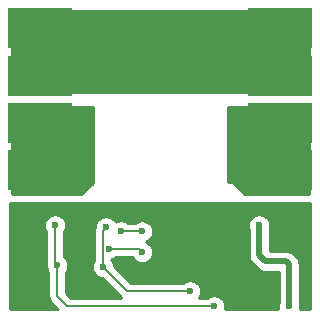
<source format=gbl>
%TF.GenerationSoftware,KiCad,Pcbnew,(5.1.6)-1*%
%TF.CreationDate,2020-05-29T23:07:58+02:00*%
%TF.ProjectId,HottTankuhr,486f7474-5461-46e6-9b75-68722e6b6963,rev?*%
%TF.SameCoordinates,Original*%
%TF.FileFunction,Copper,L2,Bot*%
%TF.FilePolarity,Positive*%
%FSLAX46Y46*%
G04 Gerber Fmt 4.6, Leading zero omitted, Abs format (unit mm)*
G04 Created by KiCad (PCBNEW (5.1.6)-1) date 2020-05-29 23:07:58*
%MOMM*%
%LPD*%
G01*
G04 APERTURE LIST*
%TA.AperFunction,ComponentPad*%
%ADD10R,5.500000X3.500000*%
%TD*%
%TA.AperFunction,SMDPad,CuDef*%
%ADD11R,5.500000X3.500000*%
%TD*%
%TA.AperFunction,ViaPad*%
%ADD12C,0.600000*%
%TD*%
%TA.AperFunction,Conductor*%
%ADD13C,0.500000*%
%TD*%
%TA.AperFunction,Conductor*%
%ADD14C,0.200000*%
%TD*%
%TA.AperFunction,Conductor*%
%ADD15C,0.254000*%
%TD*%
G04 APERTURE END LIST*
D10*
X160020000Y-82900000D03*
D11*
X160020000Y-86900000D03*
D10*
X160020000Y-94900000D03*
D11*
X160020000Y-90900000D03*
D10*
X139700000Y-82900000D03*
D11*
X139700000Y-86900000D03*
D10*
X139700000Y-94900000D03*
D11*
X139700000Y-90900000D03*
D12*
X158242000Y-99568000D03*
X160782000Y-106426000D03*
X157226000Y-103124000D03*
X139954000Y-105918000D03*
X146304000Y-98044000D03*
X150368000Y-98044000D03*
X150266500Y-100939500D03*
X145272241Y-99737990D03*
X145034000Y-103124000D03*
X152400000Y-105156000D03*
X142748000Y-89916000D03*
X143256000Y-90424000D03*
X143764000Y-89916000D03*
X143764000Y-90932000D03*
X142748000Y-90932000D03*
X143256000Y-91440000D03*
X143256000Y-92456000D03*
X143256000Y-93472000D03*
X143256000Y-94488000D03*
X143256000Y-95504000D03*
X143256000Y-96520000D03*
X142748000Y-96012000D03*
X142748000Y-94996000D03*
X142748000Y-93980000D03*
X142748000Y-92964000D03*
X142748000Y-91948000D03*
X143764000Y-91948000D03*
X143764000Y-92964000D03*
X143764000Y-93980000D03*
X143764000Y-94996000D03*
X143764000Y-96012000D03*
X155956000Y-89916000D03*
X155956000Y-90932000D03*
X155956000Y-91948000D03*
X155956000Y-92964000D03*
X155956000Y-93980000D03*
X155956000Y-94996000D03*
X156972000Y-89916000D03*
X156464000Y-90424000D03*
X156972000Y-90932000D03*
X156464000Y-91440000D03*
X156972000Y-91948000D03*
X156464000Y-92456000D03*
X156972000Y-92964000D03*
X156464000Y-93472000D03*
X156972000Y-93980000D03*
X156464000Y-94488000D03*
X156972000Y-94996000D03*
X156464000Y-95504000D03*
X156972000Y-96012000D03*
X140970000Y-99568000D03*
X141142117Y-102967701D03*
X154432000Y-106426000D03*
X146558000Y-100076000D03*
X148343909Y-100083909D03*
X145542000Y-101558000D03*
X148336000Y-101854000D03*
X143510000Y-87122000D03*
X145034000Y-87122000D03*
X146558000Y-87122000D03*
X148082000Y-87122000D03*
X149606000Y-87122000D03*
X151130000Y-87122000D03*
X152654000Y-87122000D03*
X154178000Y-87122000D03*
X155702000Y-87122000D03*
X143510000Y-82296000D03*
X145034000Y-82296000D03*
X146558000Y-82296000D03*
X148082000Y-82296000D03*
X149606000Y-82296000D03*
X151130000Y-82296000D03*
X152654000Y-82296000D03*
X154178000Y-82296000D03*
X155702000Y-82296000D03*
D13*
X158242000Y-99568000D02*
X158242000Y-102108000D01*
X158242000Y-102108000D02*
X158750000Y-102616000D01*
X158750000Y-102616000D02*
X160528000Y-102616000D01*
X160528000Y-102616000D02*
X160782000Y-102870000D01*
X160782000Y-102870000D02*
X160782000Y-106426000D01*
D14*
X144991999Y-100018232D02*
X145272241Y-99737990D01*
X144991999Y-103081999D02*
X144991999Y-100018232D01*
X145034000Y-103124000D02*
X144991999Y-103081999D01*
X147066000Y-105156000D02*
X145034000Y-103124000D01*
X152400000Y-105156000D02*
X147066000Y-105156000D01*
X140970000Y-99568000D02*
X140970000Y-102870000D01*
X140970000Y-102870000D02*
X141044416Y-102870000D01*
X141044416Y-102870000D02*
X141142117Y-102967701D01*
X154432000Y-106426000D02*
X141986000Y-106426000D01*
X141142117Y-105582117D02*
X141142117Y-102967701D01*
X141986000Y-106426000D02*
X141142117Y-105582117D01*
X146558000Y-100076000D02*
X148336000Y-100076000D01*
X148336000Y-100076000D02*
X148343909Y-100083909D01*
X145542000Y-101558000D02*
X148040000Y-101558000D01*
X148040000Y-101558000D02*
X148336000Y-101854000D01*
D15*
G36*
X162433000Y-88265000D02*
G01*
X137287000Y-88265000D01*
X137287000Y-81407000D01*
X162433000Y-81407000D01*
X162433000Y-88265000D01*
G37*
X162433000Y-88265000D02*
X137287000Y-88265000D01*
X137287000Y-81407000D01*
X162433000Y-81407000D01*
X162433000Y-88265000D01*
G36*
X162433000Y-96901000D02*
G01*
X157024606Y-96901000D01*
X156045803Y-95922197D01*
X156026557Y-95906403D01*
X156004601Y-95894667D01*
X155980776Y-95887440D01*
X155956000Y-95885000D01*
X155575000Y-95885000D01*
X155575000Y-89535000D01*
X162433000Y-89535000D01*
X162433000Y-96901000D01*
G37*
X162433000Y-96901000D02*
X157024606Y-96901000D01*
X156045803Y-95922197D01*
X156026557Y-95906403D01*
X156004601Y-95894667D01*
X155980776Y-95887440D01*
X155956000Y-95885000D01*
X155575000Y-95885000D01*
X155575000Y-89535000D01*
X162433000Y-89535000D01*
X162433000Y-96901000D01*
G36*
X144145000Y-95959394D02*
G01*
X143203394Y-96901000D01*
X137287000Y-96901000D01*
X137287000Y-89535000D01*
X144145000Y-89535000D01*
X144145000Y-95959394D01*
G37*
X144145000Y-95959394D02*
X143203394Y-96901000D01*
X137287000Y-96901000D01*
X137287000Y-89535000D01*
X144145000Y-89535000D01*
X144145000Y-95959394D01*
G36*
X162535000Y-106655000D02*
G01*
X161689766Y-106655000D01*
X161717000Y-106518089D01*
X161717000Y-106333911D01*
X161681068Y-106153271D01*
X161667000Y-106119308D01*
X161667000Y-102913465D01*
X161671281Y-102869999D01*
X161667000Y-102826533D01*
X161667000Y-102826523D01*
X161654195Y-102696510D01*
X161603589Y-102529687D01*
X161521411Y-102375941D01*
X161410817Y-102241183D01*
X161377045Y-102213467D01*
X161184532Y-102020954D01*
X161156817Y-101987183D01*
X161022059Y-101876589D01*
X160868313Y-101794411D01*
X160701490Y-101743805D01*
X160571477Y-101731000D01*
X160571469Y-101731000D01*
X160528000Y-101726719D01*
X160484531Y-101731000D01*
X159127000Y-101731000D01*
X159127000Y-99874692D01*
X159141068Y-99840729D01*
X159177000Y-99660089D01*
X159177000Y-99475911D01*
X159141068Y-99295271D01*
X159070586Y-99125111D01*
X158968262Y-98971972D01*
X158838028Y-98841738D01*
X158684889Y-98739414D01*
X158514729Y-98668932D01*
X158334089Y-98633000D01*
X158149911Y-98633000D01*
X157969271Y-98668932D01*
X157799111Y-98739414D01*
X157645972Y-98841738D01*
X157515738Y-98971972D01*
X157413414Y-99125111D01*
X157342932Y-99295271D01*
X157307000Y-99475911D01*
X157307000Y-99660089D01*
X157342932Y-99840729D01*
X157357000Y-99874693D01*
X157357001Y-102064521D01*
X157352719Y-102108000D01*
X157369805Y-102281490D01*
X157420412Y-102448313D01*
X157502590Y-102602059D01*
X157585468Y-102703046D01*
X157585471Y-102703049D01*
X157613184Y-102736817D01*
X157646952Y-102764530D01*
X158093466Y-103211044D01*
X158121183Y-103244817D01*
X158255941Y-103355411D01*
X158409687Y-103437589D01*
X158576510Y-103488195D01*
X158706523Y-103501000D01*
X158706533Y-103501000D01*
X158749999Y-103505281D01*
X158793465Y-103501000D01*
X159897000Y-103501000D01*
X159897001Y-106119305D01*
X159882932Y-106153271D01*
X159847000Y-106333911D01*
X159847000Y-106518089D01*
X159874234Y-106655000D01*
X155339766Y-106655000D01*
X155367000Y-106518089D01*
X155367000Y-106333911D01*
X155331068Y-106153271D01*
X155260586Y-105983111D01*
X155158262Y-105829972D01*
X155028028Y-105699738D01*
X154874889Y-105597414D01*
X154704729Y-105526932D01*
X154524089Y-105491000D01*
X154339911Y-105491000D01*
X154159271Y-105526932D01*
X153989111Y-105597414D01*
X153849049Y-105691000D01*
X153167040Y-105691000D01*
X153228586Y-105598889D01*
X153299068Y-105428729D01*
X153335000Y-105248089D01*
X153335000Y-105063911D01*
X153299068Y-104883271D01*
X153228586Y-104713111D01*
X153126262Y-104559972D01*
X152996028Y-104429738D01*
X152842889Y-104327414D01*
X152672729Y-104256932D01*
X152492089Y-104221000D01*
X152307911Y-104221000D01*
X152127271Y-104256932D01*
X151957111Y-104327414D01*
X151817049Y-104421000D01*
X147370447Y-104421000D01*
X145965932Y-103016485D01*
X145933068Y-102851271D01*
X145862586Y-102681111D01*
X145760262Y-102527972D01*
X145726999Y-102494709D01*
X145726999Y-102474519D01*
X145814729Y-102457068D01*
X145984889Y-102386586D01*
X146124951Y-102293000D01*
X147505803Y-102293000D01*
X147507414Y-102296889D01*
X147609738Y-102450028D01*
X147739972Y-102580262D01*
X147893111Y-102682586D01*
X148063271Y-102753068D01*
X148243911Y-102789000D01*
X148428089Y-102789000D01*
X148608729Y-102753068D01*
X148778889Y-102682586D01*
X148932028Y-102580262D01*
X149062262Y-102450028D01*
X149164586Y-102296889D01*
X149235068Y-102126729D01*
X149271000Y-101946089D01*
X149271000Y-101761911D01*
X149235068Y-101581271D01*
X149164586Y-101411111D01*
X149062262Y-101257972D01*
X148932028Y-101127738D01*
X148778889Y-101025414D01*
X148646537Y-100970592D01*
X148786798Y-100912495D01*
X148939937Y-100810171D01*
X149070171Y-100679937D01*
X149172495Y-100526798D01*
X149242977Y-100356638D01*
X149278909Y-100175998D01*
X149278909Y-99991820D01*
X149242977Y-99811180D01*
X149172495Y-99641020D01*
X149070171Y-99487881D01*
X148939937Y-99357647D01*
X148786798Y-99255323D01*
X148616638Y-99184841D01*
X148435998Y-99148909D01*
X148251820Y-99148909D01*
X148071180Y-99184841D01*
X147901020Y-99255323D01*
X147772795Y-99341000D01*
X147140951Y-99341000D01*
X147000889Y-99247414D01*
X146830729Y-99176932D01*
X146650089Y-99141000D01*
X146465911Y-99141000D01*
X146285271Y-99176932D01*
X146115111Y-99247414D01*
X146083207Y-99268731D01*
X145998503Y-99141962D01*
X145868269Y-99011728D01*
X145715130Y-98909404D01*
X145544970Y-98838922D01*
X145364330Y-98802990D01*
X145180152Y-98802990D01*
X144999512Y-98838922D01*
X144829352Y-98909404D01*
X144676213Y-99011728D01*
X144545979Y-99141962D01*
X144443655Y-99295101D01*
X144373173Y-99465261D01*
X144337241Y-99645901D01*
X144337241Y-99684004D01*
X144309663Y-99735599D01*
X144267634Y-99874147D01*
X144253443Y-100018232D01*
X144257000Y-100054347D01*
X144256999Y-102603908D01*
X144205414Y-102681111D01*
X144134932Y-102851271D01*
X144099000Y-103031911D01*
X144099000Y-103216089D01*
X144134932Y-103396729D01*
X144205414Y-103566889D01*
X144307738Y-103720028D01*
X144437972Y-103850262D01*
X144591111Y-103952586D01*
X144761271Y-104023068D01*
X144926485Y-104055932D01*
X146520746Y-105650193D01*
X146543762Y-105678238D01*
X146559312Y-105691000D01*
X142290447Y-105691000D01*
X141877117Y-105277671D01*
X141877117Y-103550652D01*
X141970703Y-103410590D01*
X142041185Y-103240430D01*
X142077117Y-103059790D01*
X142077117Y-102875612D01*
X142041185Y-102694972D01*
X141970703Y-102524812D01*
X141868379Y-102371673D01*
X141738145Y-102241439D01*
X141705000Y-102219292D01*
X141705000Y-100150951D01*
X141798586Y-100010889D01*
X141869068Y-99840729D01*
X141905000Y-99660089D01*
X141905000Y-99475911D01*
X141869068Y-99295271D01*
X141798586Y-99125111D01*
X141696262Y-98971972D01*
X141566028Y-98841738D01*
X141412889Y-98739414D01*
X141242729Y-98668932D01*
X141062089Y-98633000D01*
X140877911Y-98633000D01*
X140697271Y-98668932D01*
X140527111Y-98739414D01*
X140373972Y-98841738D01*
X140243738Y-98971972D01*
X140141414Y-99125111D01*
X140070932Y-99295271D01*
X140035000Y-99475911D01*
X140035000Y-99660089D01*
X140070932Y-99840729D01*
X140141414Y-100010889D01*
X140235000Y-100150951D01*
X140235001Y-102735432D01*
X140207117Y-102875612D01*
X140207117Y-103059790D01*
X140243049Y-103240430D01*
X140313531Y-103410590D01*
X140407118Y-103550653D01*
X140407117Y-105546012D01*
X140403561Y-105582117D01*
X140417752Y-105726202D01*
X140430501Y-105768230D01*
X140459780Y-105864749D01*
X140528030Y-105992436D01*
X140619879Y-106104354D01*
X140647925Y-106127371D01*
X141175553Y-106655000D01*
X137185000Y-106655000D01*
X137185000Y-97663000D01*
X162535000Y-97663000D01*
X162535000Y-106655000D01*
G37*
X162535000Y-106655000D02*
X161689766Y-106655000D01*
X161717000Y-106518089D01*
X161717000Y-106333911D01*
X161681068Y-106153271D01*
X161667000Y-106119308D01*
X161667000Y-102913465D01*
X161671281Y-102869999D01*
X161667000Y-102826533D01*
X161667000Y-102826523D01*
X161654195Y-102696510D01*
X161603589Y-102529687D01*
X161521411Y-102375941D01*
X161410817Y-102241183D01*
X161377045Y-102213467D01*
X161184532Y-102020954D01*
X161156817Y-101987183D01*
X161022059Y-101876589D01*
X160868313Y-101794411D01*
X160701490Y-101743805D01*
X160571477Y-101731000D01*
X160571469Y-101731000D01*
X160528000Y-101726719D01*
X160484531Y-101731000D01*
X159127000Y-101731000D01*
X159127000Y-99874692D01*
X159141068Y-99840729D01*
X159177000Y-99660089D01*
X159177000Y-99475911D01*
X159141068Y-99295271D01*
X159070586Y-99125111D01*
X158968262Y-98971972D01*
X158838028Y-98841738D01*
X158684889Y-98739414D01*
X158514729Y-98668932D01*
X158334089Y-98633000D01*
X158149911Y-98633000D01*
X157969271Y-98668932D01*
X157799111Y-98739414D01*
X157645972Y-98841738D01*
X157515738Y-98971972D01*
X157413414Y-99125111D01*
X157342932Y-99295271D01*
X157307000Y-99475911D01*
X157307000Y-99660089D01*
X157342932Y-99840729D01*
X157357000Y-99874693D01*
X157357001Y-102064521D01*
X157352719Y-102108000D01*
X157369805Y-102281490D01*
X157420412Y-102448313D01*
X157502590Y-102602059D01*
X157585468Y-102703046D01*
X157585471Y-102703049D01*
X157613184Y-102736817D01*
X157646952Y-102764530D01*
X158093466Y-103211044D01*
X158121183Y-103244817D01*
X158255941Y-103355411D01*
X158409687Y-103437589D01*
X158576510Y-103488195D01*
X158706523Y-103501000D01*
X158706533Y-103501000D01*
X158749999Y-103505281D01*
X158793465Y-103501000D01*
X159897000Y-103501000D01*
X159897001Y-106119305D01*
X159882932Y-106153271D01*
X159847000Y-106333911D01*
X159847000Y-106518089D01*
X159874234Y-106655000D01*
X155339766Y-106655000D01*
X155367000Y-106518089D01*
X155367000Y-106333911D01*
X155331068Y-106153271D01*
X155260586Y-105983111D01*
X155158262Y-105829972D01*
X155028028Y-105699738D01*
X154874889Y-105597414D01*
X154704729Y-105526932D01*
X154524089Y-105491000D01*
X154339911Y-105491000D01*
X154159271Y-105526932D01*
X153989111Y-105597414D01*
X153849049Y-105691000D01*
X153167040Y-105691000D01*
X153228586Y-105598889D01*
X153299068Y-105428729D01*
X153335000Y-105248089D01*
X153335000Y-105063911D01*
X153299068Y-104883271D01*
X153228586Y-104713111D01*
X153126262Y-104559972D01*
X152996028Y-104429738D01*
X152842889Y-104327414D01*
X152672729Y-104256932D01*
X152492089Y-104221000D01*
X152307911Y-104221000D01*
X152127271Y-104256932D01*
X151957111Y-104327414D01*
X151817049Y-104421000D01*
X147370447Y-104421000D01*
X145965932Y-103016485D01*
X145933068Y-102851271D01*
X145862586Y-102681111D01*
X145760262Y-102527972D01*
X145726999Y-102494709D01*
X145726999Y-102474519D01*
X145814729Y-102457068D01*
X145984889Y-102386586D01*
X146124951Y-102293000D01*
X147505803Y-102293000D01*
X147507414Y-102296889D01*
X147609738Y-102450028D01*
X147739972Y-102580262D01*
X147893111Y-102682586D01*
X148063271Y-102753068D01*
X148243911Y-102789000D01*
X148428089Y-102789000D01*
X148608729Y-102753068D01*
X148778889Y-102682586D01*
X148932028Y-102580262D01*
X149062262Y-102450028D01*
X149164586Y-102296889D01*
X149235068Y-102126729D01*
X149271000Y-101946089D01*
X149271000Y-101761911D01*
X149235068Y-101581271D01*
X149164586Y-101411111D01*
X149062262Y-101257972D01*
X148932028Y-101127738D01*
X148778889Y-101025414D01*
X148646537Y-100970592D01*
X148786798Y-100912495D01*
X148939937Y-100810171D01*
X149070171Y-100679937D01*
X149172495Y-100526798D01*
X149242977Y-100356638D01*
X149278909Y-100175998D01*
X149278909Y-99991820D01*
X149242977Y-99811180D01*
X149172495Y-99641020D01*
X149070171Y-99487881D01*
X148939937Y-99357647D01*
X148786798Y-99255323D01*
X148616638Y-99184841D01*
X148435998Y-99148909D01*
X148251820Y-99148909D01*
X148071180Y-99184841D01*
X147901020Y-99255323D01*
X147772795Y-99341000D01*
X147140951Y-99341000D01*
X147000889Y-99247414D01*
X146830729Y-99176932D01*
X146650089Y-99141000D01*
X146465911Y-99141000D01*
X146285271Y-99176932D01*
X146115111Y-99247414D01*
X146083207Y-99268731D01*
X145998503Y-99141962D01*
X145868269Y-99011728D01*
X145715130Y-98909404D01*
X145544970Y-98838922D01*
X145364330Y-98802990D01*
X145180152Y-98802990D01*
X144999512Y-98838922D01*
X144829352Y-98909404D01*
X144676213Y-99011728D01*
X144545979Y-99141962D01*
X144443655Y-99295101D01*
X144373173Y-99465261D01*
X144337241Y-99645901D01*
X144337241Y-99684004D01*
X144309663Y-99735599D01*
X144267634Y-99874147D01*
X144253443Y-100018232D01*
X144257000Y-100054347D01*
X144256999Y-102603908D01*
X144205414Y-102681111D01*
X144134932Y-102851271D01*
X144099000Y-103031911D01*
X144099000Y-103216089D01*
X144134932Y-103396729D01*
X144205414Y-103566889D01*
X144307738Y-103720028D01*
X144437972Y-103850262D01*
X144591111Y-103952586D01*
X144761271Y-104023068D01*
X144926485Y-104055932D01*
X146520746Y-105650193D01*
X146543762Y-105678238D01*
X146559312Y-105691000D01*
X142290447Y-105691000D01*
X141877117Y-105277671D01*
X141877117Y-103550652D01*
X141970703Y-103410590D01*
X142041185Y-103240430D01*
X142077117Y-103059790D01*
X142077117Y-102875612D01*
X142041185Y-102694972D01*
X141970703Y-102524812D01*
X141868379Y-102371673D01*
X141738145Y-102241439D01*
X141705000Y-102219292D01*
X141705000Y-100150951D01*
X141798586Y-100010889D01*
X141869068Y-99840729D01*
X141905000Y-99660089D01*
X141905000Y-99475911D01*
X141869068Y-99295271D01*
X141798586Y-99125111D01*
X141696262Y-98971972D01*
X141566028Y-98841738D01*
X141412889Y-98739414D01*
X141242729Y-98668932D01*
X141062089Y-98633000D01*
X140877911Y-98633000D01*
X140697271Y-98668932D01*
X140527111Y-98739414D01*
X140373972Y-98841738D01*
X140243738Y-98971972D01*
X140141414Y-99125111D01*
X140070932Y-99295271D01*
X140035000Y-99475911D01*
X140035000Y-99660089D01*
X140070932Y-99840729D01*
X140141414Y-100010889D01*
X140235000Y-100150951D01*
X140235001Y-102735432D01*
X140207117Y-102875612D01*
X140207117Y-103059790D01*
X140243049Y-103240430D01*
X140313531Y-103410590D01*
X140407118Y-103550653D01*
X140407117Y-105546012D01*
X140403561Y-105582117D01*
X140417752Y-105726202D01*
X140430501Y-105768230D01*
X140459780Y-105864749D01*
X140528030Y-105992436D01*
X140619879Y-106104354D01*
X140647925Y-106127371D01*
X141175553Y-106655000D01*
X137185000Y-106655000D01*
X137185000Y-97663000D01*
X162535000Y-97663000D01*
X162535000Y-106655000D01*
M02*

</source>
